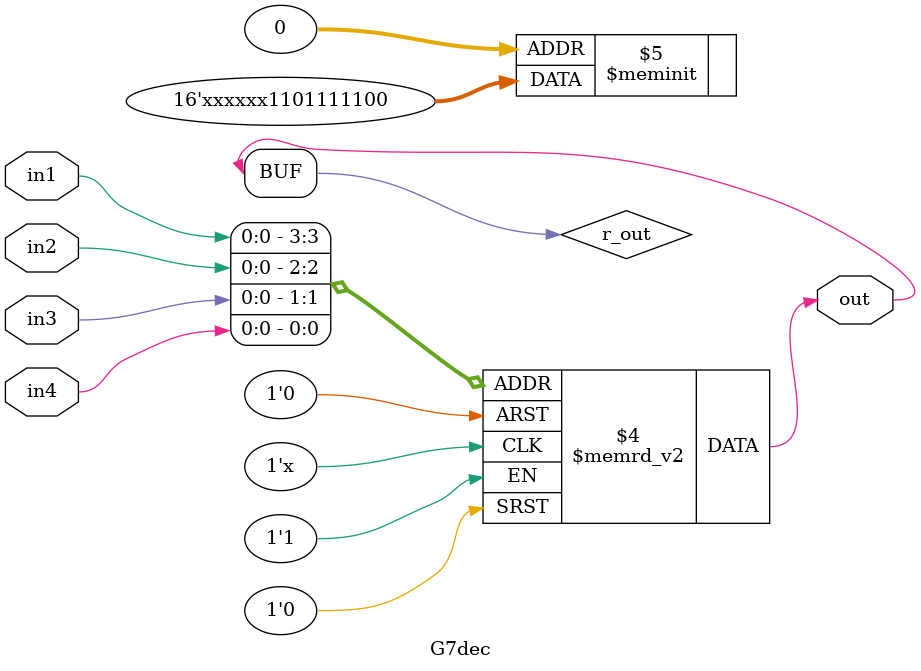
<source format=v>
module G7dec(output out, input in1, in2, in3, in4);
  reg r_out;
  assign out = r_out;
  always@(in1, in2, in3, in4)
    begin
      case({in1, in2, in3, in4})
        4'b0000: out = 1'b0;
        4'b0001: out = 1'b0;
        4'b0010: out = 1'b1;
        4'b0011: out = 1'b1;
        4'b0100: out = 1'b1;
        4'b0101: out = 1'b1;
        4'b0110: out = 1'b1;
        4'b0111: out = 1'b0;
	4'b1000: out = 1'b1;
        4'b1001: out = 1'b1;
        4'b1010: out = 1'bx;
        4'b1011: out = 1'bx;
        4'b1100: out = 1'bx;
        4'b1101: out = 1'bx;
        4'b1110: out = 1'bx;
        4'b1111: out = 1'bx;
	
        default: out = 1'b0;
      endcase
    end
endmodule

</source>
